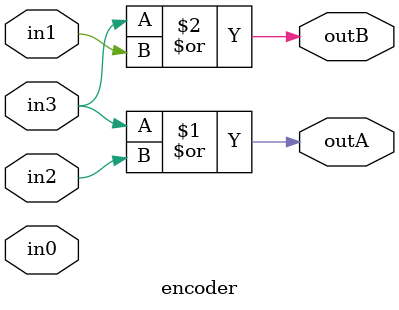
<source format=v>
`timescale 1ns / 1ps



module encoder(
input in0,
input in1,
input in2,
input in3,
output outA,
output outB
    );
    
    assign outA = in3 | in2;
    assign outB = in3 | in1;
endmodule

</source>
